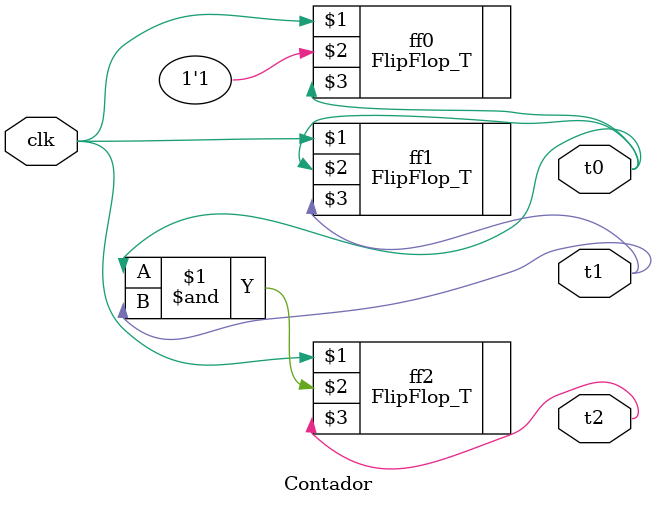
<source format=v>
module Contador(clk, t2, t1, t0);
	input clk;
	output t0, t1, t2;

	FlipFlop_T ff0(clk, 1'b1, t0);
	FlipFlop_T ff1(clk, t0, t1);
	FlipFlop_T ff2(clk, t0 & t1, t2);
	
endmodule

</source>
